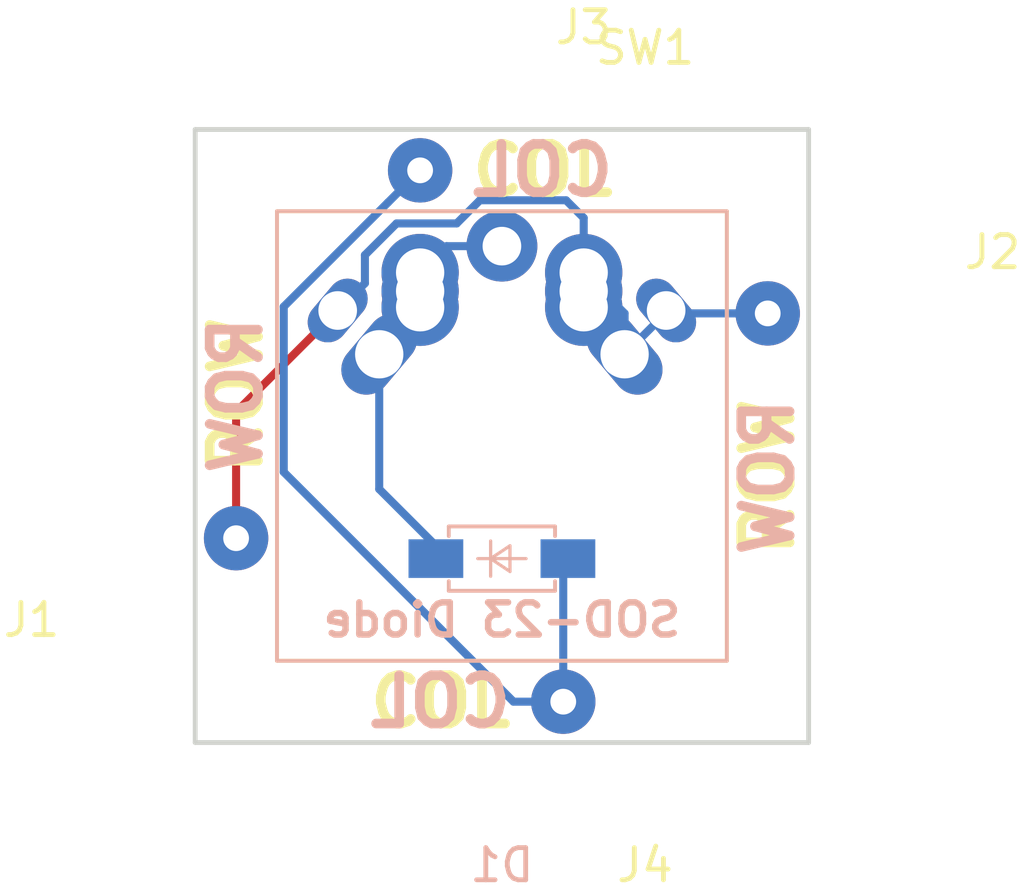
<source format=kicad_pcb>
(kicad_pcb (version 4) (host pcbnew 4.0.7)

  (general
    (links 14)
    (no_connects 0)
    (area 122.479999 96.444999 141.680001 115.645001)
    (thickness 1.6)
    (drawings 13)
    (tracks 30)
    (zones 0)
    (modules 6)
    (nets 4)
  )

  (page A4)
  (layers
    (0 F.Cu signal)
    (31 B.Cu signal)
    (32 B.Adhes user)
    (33 F.Adhes user)
    (34 B.Paste user)
    (35 F.Paste user)
    (36 B.SilkS user)
    (37 F.SilkS user)
    (38 B.Mask user)
    (39 F.Mask user)
    (40 Dwgs.User user)
    (41 Cmts.User user)
    (42 Eco1.User user)
    (43 Eco2.User user)
    (44 Edge.Cuts user)
    (45 Margin user)
    (46 B.CrtYd user)
    (47 F.CrtYd user)
    (48 B.Fab user)
    (49 F.Fab user)
  )

  (setup
    (last_trace_width 0.25)
    (trace_clearance 0.2)
    (zone_clearance 0.508)
    (zone_45_only no)
    (trace_min 0.2)
    (segment_width 0.2)
    (edge_width 0.15)
    (via_size 0.6)
    (via_drill 0.4)
    (via_min_size 0.4)
    (via_min_drill 0.3)
    (uvia_size 0.3)
    (uvia_drill 0.1)
    (uvias_allowed no)
    (uvia_min_size 0.2)
    (uvia_min_drill 0.1)
    (pcb_text_width 0.3)
    (pcb_text_size 1.5 1.5)
    (mod_edge_width 0.15)
    (mod_text_size 1 1)
    (mod_text_width 0.15)
    (pad_size 1.524 1.524)
    (pad_drill 0.762)
    (pad_to_mask_clearance 0.2)
    (aux_axis_origin 0 0)
    (visible_elements FFFFFF7F)
    (pcbplotparams
      (layerselection 0x00030_80000001)
      (usegerberextensions false)
      (excludeedgelayer true)
      (linewidth 0.100000)
      (plotframeref false)
      (viasonmask false)
      (mode 1)
      (useauxorigin false)
      (hpglpennumber 1)
      (hpglpenspeed 20)
      (hpglpendiameter 15)
      (hpglpenoverlay 2)
      (psnegative false)
      (psa4output false)
      (plotreference true)
      (plotvalue true)
      (plotinvisibletext false)
      (padsonsilk false)
      (subtractmaskfromsilk false)
      (outputformat 1)
      (mirror false)
      (drillshape 1)
      (scaleselection 1)
      (outputdirectory ""))
  )

  (net 0 "")
  (net 1 "Net-(D1-Pad1)")
  (net 2 /COL)
  (net 3 /ROW)

  (net_class Default "This is the default net class."
    (clearance 0.2)
    (trace_width 0.25)
    (via_dia 0.6)
    (via_drill 0.4)
    (uvia_dia 0.3)
    (uvia_drill 0.1)
    (add_net /COL)
    (add_net /ROW)
    (add_net "Net-(D1-Pad1)")
  )

  (module trackey:D_SOD-123 (layer B.Cu) (tedit 5AB3A69A) (tstamp 5AC9D823)
    (at 132.08 109.855)
    (descr SOD-123)
    (tags SOD-123)
    (path /5AC9C9E9)
    (attr smd)
    (fp_text reference D1 (at 0 9.525) (layer B.SilkS)
      (effects (font (size 1 1) (thickness 0.15)) (justify mirror))
    )
    (fp_text value D (at 0 -2.1) (layer B.Fab)
      (effects (font (size 1 1) (thickness 0.15)) (justify mirror))
    )
    (fp_line (start -0.35 0.55) (end -0.35 -0.55) (layer B.SilkS) (width 0.1))
    (fp_line (start -0.35 0) (end 0.25 0.4) (layer B.SilkS) (width 0.1))
    (fp_line (start 0.25 -0.4) (end -0.35 0) (layer B.SilkS) (width 0.1))
    (fp_line (start 0.25 0.4) (end 0.25 -0.4) (layer B.SilkS) (width 0.1))
    (fp_line (start -0.75 0) (end 0.75 0) (layer B.SilkS) (width 0.1))
    (fp_line (start 2.35 1.15) (end 2.35 -1.15) (layer B.CrtYd) (width 0.05))
    (fp_line (start -2.35 -1.15) (end -2.35 1.15) (layer B.CrtYd) (width 0.05))
    (fp_line (start -1.65 1) (end -1.65 0.7) (layer B.SilkS) (width 0.12))
    (fp_line (start -1.65 -1) (end -1.65 -0.7) (layer B.SilkS) (width 0.12))
    (fp_line (start 1.65 -1) (end 1.65 -0.7) (layer B.SilkS) (width 0.12))
    (fp_line (start 1.65 1) (end 1.65 0.7) (layer B.SilkS) (width 0.12))
    (fp_text user %R (at 0 2) (layer B.Fab)
      (effects (font (size 1 1) (thickness 0.15)) (justify mirror))
    )
    (fp_line (start 0.25 0) (end 0.75 0) (layer B.Fab) (width 0.1))
    (fp_line (start 0.25 -0.4) (end -0.35 0) (layer B.Fab) (width 0.1))
    (fp_line (start 0.25 0.4) (end 0.25 -0.4) (layer B.Fab) (width 0.1))
    (fp_line (start -0.35 0) (end 0.25 0.4) (layer B.Fab) (width 0.1))
    (fp_line (start -0.35 0) (end -0.35 -0.55) (layer B.Fab) (width 0.1))
    (fp_line (start -0.35 0) (end -0.35 0.55) (layer B.Fab) (width 0.1))
    (fp_line (start -0.75 0) (end -0.35 0) (layer B.Fab) (width 0.1))
    (fp_line (start -1.4 -0.9) (end -1.4 0.9) (layer B.Fab) (width 0.1))
    (fp_line (start 1.4 -0.9) (end -1.4 -0.9) (layer B.Fab) (width 0.1))
    (fp_line (start 1.4 0.9) (end 1.4 -0.9) (layer B.Fab) (width 0.1))
    (fp_line (start -1.4 0.9) (end 1.4 0.9) (layer B.Fab) (width 0.1))
    (fp_line (start -2.35 1.15) (end 2.35 1.15) (layer B.CrtYd) (width 0.05))
    (fp_line (start 2.35 -1.15) (end -2.35 -1.15) (layer B.CrtYd) (width 0.05))
    (fp_line (start -1.65 -1) (end 1.65 -1) (layer B.SilkS) (width 0.12))
    (fp_line (start -1.65 1) (end 1.65 1) (layer B.SilkS) (width 0.12))
    (pad 1 smd rect (at -1.65 0) (size 1.7 1.2) (drill (offset -0.4 0)) (layers B.Cu B.Paste B.Mask)
      (net 1 "Net-(D1-Pad1)"))
    (pad 2 smd rect (at 1.65 0) (size 1.7 1.2) (drill (offset 0.4 0)) (layers B.Cu B.Paste B.Mask)
      (net 2 /COL))
    (model ${KISYS3DMOD}/Diodes_SMD.3dshapes/D_SOD-123.wrl
      (at (xyz 0 0 0))
      (scale (xyz 1 1 1))
      (rotate (xyz 0 0 0))
    )
  )

  (module Wire_Pads:SolderWirePad_single_0-8mmDrill (layer F.Cu) (tedit 0) (tstamp 5AC9D828)
    (at 123.825 109.22)
    (path /5AC9CAB4)
    (fp_text reference J1 (at -6.35 2.54) (layer F.SilkS)
      (effects (font (size 1 1) (thickness 0.15)))
    )
    (fp_text value ROW (at 0 2.54) (layer F.Fab)
      (effects (font (size 1 1) (thickness 0.15)))
    )
    (pad 1 thru_hole circle (at 0 0) (size 1.99898 1.99898) (drill 0.8001) (layers *.Cu *.Mask)
      (net 3 /ROW))
  )

  (module Wire_Pads:SolderWirePad_single_0-8mmDrill (layer F.Cu) (tedit 0) (tstamp 5AC9D82D)
    (at 140.335 102.235)
    (path /5AC9CCD4)
    (fp_text reference J2 (at 6.985 -1.905) (layer F.SilkS)
      (effects (font (size 1 1) (thickness 0.15)))
    )
    (fp_text value ROW (at 0 2.54) (layer F.Fab)
      (effects (font (size 1 1) (thickness 0.15)))
    )
    (pad 1 thru_hole circle (at 0 0) (size 1.99898 1.99898) (drill 0.8001) (layers *.Cu *.Mask)
      (net 3 /ROW))
  )

  (module Wire_Pads:SolderWirePad_single_0-8mmDrill (layer F.Cu) (tedit 0) (tstamp 5AC9D832)
    (at 129.54 97.79)
    (path /5AC9CAFF)
    (fp_text reference J3 (at 5.08 -4.445) (layer F.SilkS)
      (effects (font (size 1 1) (thickness 0.15)))
    )
    (fp_text value COL (at 0 2.54) (layer F.Fab)
      (effects (font (size 1 1) (thickness 0.15)))
    )
    (pad 1 thru_hole circle (at 0 0) (size 1.99898 1.99898) (drill 0.8001) (layers *.Cu *.Mask)
      (net 2 /COL))
  )

  (module Wire_Pads:SolderWirePad_single_0-8mmDrill (layer F.Cu) (tedit 0) (tstamp 5AC9D837)
    (at 133.985 114.3)
    (path /5AC9CC8A)
    (fp_text reference J4 (at 2.54 5.08) (layer F.SilkS)
      (effects (font (size 1 1) (thickness 0.15)))
    )
    (fp_text value COL (at 0 2.54) (layer F.Fab)
      (effects (font (size 1 1) (thickness 0.15)))
    )
    (pad 1 thru_hole circle (at 0 0) (size 1.99898 1.99898) (drill 0.8001) (layers *.Cu *.Mask)
      (net 2 /COL))
  )

  (module trackey:MX_ALPS_KH_u1.00 (layer F.Cu) (tedit 5AB3CE0F) (tstamp 5AC9D84B)
    (at 132.08 106.045)
    (descr "Cherry MX keyswitch, MX1A, 1u, PCB mount, http://cherryamericas.com/wp-content/uploads/2014/12/mx_cat.pdf")
    (tags "cherry mx keyswitch MX1A 1u PCB")
    (path /5AC9C956)
    (fp_text reference SW1 (at 4.445 -12.065) (layer F.SilkS)
      (effects (font (size 1 1) (thickness 0.15)))
    )
    (fp_text value SW_DIP_x01 (at 0 7.874) (layer F.Fab)
      (effects (font (size 1 1) (thickness 0.15)))
    )
    (fp_text user %R (at 8.255 -12.7) (layer F.Fab)
      (effects (font (size 1 1) (thickness 0.15)))
    )
    (fp_line (start -6.35 -6.35) (end 6.35 -6.35) (layer F.Fab) (width 0.15))
    (fp_line (start 6.35 -6.35) (end 6.35 6.35) (layer F.Fab) (width 0.15))
    (fp_line (start 6.35 6.35) (end -6.35 6.35) (layer F.Fab) (width 0.15))
    (fp_line (start -6.35 6.35) (end -6.35 -6.35) (layer F.Fab) (width 0.15))
    (fp_line (start -7.24 7.24) (end -7.24 -7.24) (layer F.CrtYd) (width 0.05))
    (fp_line (start 7.24 7.24) (end -7.24 7.24) (layer F.CrtYd) (width 0.05))
    (fp_line (start 7.24 -7.24) (end 7.24 7.24) (layer F.CrtYd) (width 0.05))
    (fp_line (start -7.24 -7.24) (end 7.24 -7.24) (layer F.CrtYd) (width 0.05))
    (fp_line (start -9.525 -9.525) (end 9.525 -9.525) (layer Dwgs.User) (width 0.15))
    (fp_line (start 9.525 -9.525) (end 9.525 9.525) (layer Dwgs.User) (width 0.15))
    (fp_line (start 9.525 9.525) (end -9.525 9.525) (layer Dwgs.User) (width 0.15))
    (fp_line (start -9.525 9.525) (end -9.525 -9.525) (layer Dwgs.User) (width 0.15))
    (fp_line (start -6.985 -6.985) (end 6.985 -6.985) (layer B.SilkS) (width 0.12))
    (fp_line (start 6.985 -6.985) (end 6.985 6.985) (layer B.SilkS) (width 0.12))
    (fp_line (start 6.985 6.985) (end -6.985 6.985) (layer B.SilkS) (width 0.12))
    (fp_line (start -6.985 6.985) (end -6.985 -6.985) (layer B.SilkS) (width 0.12))
    (fp_line (start 6.985 6.985) (end -6.985 6.985) (layer F.SilkS) (width 0.12))
    (fp_line (start 6.985 -6.985) (end 6.985 6.985) (layer F.SilkS) (width 0.12))
    (fp_line (start -6.985 -6.985) (end 6.985 -6.985) (layer F.SilkS) (width 0.12))
    (fp_line (start -6.985 6.985) (end -6.985 -6.985) (layer F.SilkS) (width 0.12))
    (pad 1 thru_hole circle (at 2.54 -4.5) (size 2.4 2.4) (drill 1.5) (layers *.Cu *.Mask)
      (net 3 /ROW))
    (pad 2 thru_hole oval (at -3.81 -2.54 50) (size 2.8 1.55) (drill 1.5) (layers *.Cu *.Mask)
      (net 1 "Net-(D1-Pad1)"))
    (pad "" np_thru_hole circle (at 0 0) (size 4 4) (drill 4) (layers *.Cu *.Mask))
    (pad "" np_thru_hole circle (at -5.08 0) (size 1.7 1.7) (drill 1.7) (layers *.Cu *.Mask))
    (pad "" np_thru_hole circle (at 5.08 0) (size 1.7 1.7) (drill 1.7) (layers *.Cu *.Mask))
    (pad "" np_thru_hole circle (at -5.5 0) (size 1.9 1.9) (drill 1.9) (layers *.Cu *.Mask))
    (pad "" np_thru_hole circle (at 5.5 0) (size 1.9 1.9) (drill 1.9) (layers *.Cu *.Mask))
    (pad 1 thru_hole oval (at 3.81 -2.54 310) (size 2.8 1.55) (drill 1.5) (layers *.Cu *.Mask)
      (net 3 /ROW))
    (pad 1 thru_hole circle (at 2.54 -4 310) (size 2.4 2.4) (drill 1.5) (layers *.Cu *.Mask)
      (net 3 /ROW))
    (pad 1 thru_hole circle (at 2.54 -5.08) (size 2.4 2.4) (drill 1.5) (layers *.Cu *.Mask)
      (net 3 /ROW))
    (pad 2 thru_hole circle (at -2.54 -4.5) (size 2.4 2.4) (drill 1.5) (layers *.Cu *.Mask)
      (net 1 "Net-(D1-Pad1)"))
    (pad 2 thru_hole circle (at -2.54 -4) (size 2.4 2.4) (drill 1.5) (layers *.Cu *.Mask)
      (net 1 "Net-(D1-Pad1)"))
    (pad 2 thru_hole circle (at -2.54 -5.08) (size 2.4 2.4) (drill 1.5) (layers *.Cu *.Mask)
      (net 1 "Net-(D1-Pad1)"))
    (pad 2 thru_hole circle (at 0 -5.9) (size 2.2 2.2) (drill 1.2) (layers *.Cu *.Mask)
      (net 1 "Net-(D1-Pad1)"))
    (pad 1 thru_hole oval (at 5.1 -3.9 310) (size 2.2 1.25) (drill 1.2) (layers *.Cu *.Mask)
      (net 3 /ROW))
    (pad 1 thru_hole oval (at -5.1 -3.9 50) (size 2.2 1.25) (drill 1.2) (layers *.Cu *.Mask)
      (net 3 /ROW))
    (model ${KISYS3DMOD}/Buttons_Switches_Keyboard.3dshapes/SW_Cherry_MX1A_1.00u_PCB.wrl
      (at (xyz 0 0 0))
      (scale (xyz 1 1 1))
      (rotate (xyz 0 0 0))
    )
  )

  (gr_text "SOD-23 Diode" (at 132.08 111.76) (layer B.SilkS)
    (effects (font (size 1 1) (thickness 0.2)) (justify mirror))
  )
  (gr_text COL (at 133.35 97.79) (layer B.SilkS)
    (effects (font (size 1.5 1.5) (thickness 0.3)) (justify mirror))
  )
  (gr_text COL (at 130.175 114.3) (layer B.SilkS)
    (effects (font (size 1.5 1.5) (thickness 0.3)) (justify mirror))
  )
  (gr_text ROW (at 123.825 104.775 90) (layer B.SilkS)
    (effects (font (size 1.5 1.5) (thickness 0.3)) (justify mirror))
  )
  (gr_text ROW (at 140.335 107.315 90) (layer B.SilkS)
    (effects (font (size 1.5 1.5) (thickness 0.3)) (justify mirror))
  )
  (gr_text ROW (at 123.825 104.775 90) (layer F.SilkS)
    (effects (font (size 1.5 1.5) (thickness 0.3)))
  )
  (gr_text ROW (at 140.335 107.315 90) (layer F.SilkS)
    (effects (font (size 1.5 1.5) (thickness 0.3)))
  )
  (gr_text "COL\n" (at 130.175 114.3) (layer F.SilkS)
    (effects (font (size 1.5 1.5) (thickness 0.3)))
  )
  (gr_text COL (at 133.35 97.79) (layer F.SilkS)
    (effects (font (size 1.5 1.5) (thickness 0.3)))
  )
  (gr_line (start 122.555 96.52) (end 141.605 96.52) (layer Edge.Cuts) (width 0.15))
  (gr_line (start 122.555 115.57) (end 122.555 96.52) (layer Edge.Cuts) (width 0.15))
  (gr_line (start 141.605 115.57) (end 122.555 115.57) (layer Edge.Cuts) (width 0.15))
  (gr_line (start 141.605 96.52) (end 141.605 115.57) (layer Edge.Cuts) (width 0.15))

  (segment (start 132.08 100.145) (end 130.36 100.145) (width 0.25) (layer B.Cu) (net 1))
  (segment (start 130.36 100.145) (end 129.54 100.965) (width 0.25) (layer B.Cu) (net 1))
  (segment (start 129.54 100.965) (end 129.54 102.045) (width 0.25) (layer B.Cu) (net 1))
  (segment (start 128.27 103.505) (end 128.27 103.315) (width 0.25) (layer B.Cu) (net 1))
  (segment (start 128.27 103.315) (end 129.54 102.045) (width 0.25) (layer B.Cu) (net 1))
  (segment (start 130.43 109.855) (end 128.27 107.695) (width 0.25) (layer B.Cu) (net 1))
  (segment (start 128.27 107.695) (end 128.27 103.505) (width 0.25) (layer B.Cu) (net 1))
  (segment (start 133.985 114.3) (end 132.439998 114.3) (width 0.25) (layer B.Cu) (net 2))
  (segment (start 132.439998 114.3) (end 125.304999 107.165001) (width 0.25) (layer B.Cu) (net 2))
  (segment (start 125.304999 107.165001) (end 125.304999 102.025001) (width 0.25) (layer B.Cu) (net 2))
  (segment (start 125.304999 102.025001) (end 128.540511 98.789489) (width 0.25) (layer B.Cu) (net 2))
  (segment (start 128.540511 98.789489) (end 129.54 97.79) (width 0.25) (layer B.Cu) (net 2))
  (segment (start 133.73 109.855) (end 133.985 110.11) (width 0.25) (layer B.Cu) (net 2))
  (segment (start 133.985 110.11) (end 133.985 114.3) (width 0.25) (layer B.Cu) (net 2))
  (segment (start 123.825 109.22) (end 123.825 105.3) (width 0.25) (layer F.Cu) (net 3))
  (segment (start 123.825 105.3) (end 126.98 102.145) (width 0.25) (layer F.Cu) (net 3))
  (segment (start 126.98 102.145) (end 127.825567 101.299433) (width 0.25) (layer B.Cu) (net 3))
  (segment (start 127.825567 101.299433) (end 127.825567 100.422431) (width 0.25) (layer B.Cu) (net 3))
  (segment (start 127.825567 100.422431) (end 128.807999 99.439999) (width 0.25) (layer B.Cu) (net 3))
  (segment (start 128.807999 99.439999) (end 130.675999 99.439999) (width 0.25) (layer B.Cu) (net 3))
  (segment (start 130.675999 99.439999) (end 131.395999 98.719999) (width 0.25) (layer B.Cu) (net 3))
  (segment (start 131.395999 98.719999) (end 134.072055 98.719999) (width 0.25) (layer B.Cu) (net 3))
  (segment (start 134.072055 98.719999) (end 134.62 99.267944) (width 0.25) (layer B.Cu) (net 3))
  (segment (start 134.62 99.267944) (end 134.62 100.965) (width 0.25) (layer B.Cu) (net 3))
  (segment (start 135.89 103.505) (end 135.89 102.235) (width 0.25) (layer B.Cu) (net 3))
  (segment (start 135.89 102.235) (end 134.62 100.965) (width 0.25) (layer B.Cu) (net 3))
  (segment (start 137.18 102.145) (end 137.18 102.215) (width 0.25) (layer B.Cu) (net 3))
  (segment (start 137.18 102.215) (end 135.89 103.505) (width 0.25) (layer B.Cu) (net 3))
  (segment (start 140.335 102.235) (end 137.27 102.235) (width 0.25) (layer B.Cu) (net 3))
  (segment (start 137.27 102.235) (end 137.18 102.145) (width 0.25) (layer B.Cu) (net 3))

  (zone (net 3) (net_name /ROW) (layer B.Cu) (tstamp 0) (hatch edge 0.508)
    (connect_pads (clearance 0.508))
    (min_thickness 0.254)
    (fill (arc_segments 16) (thermal_gap 0.508) (thermal_bridge_width 0.508))
    (polygon
      (pts
        (xy 141.605 115.57) (xy 122.555 115.57) (xy 122.555 96.52) (xy 141.605 96.52)
      )
    )
  )
  (zone (net 3) (net_name /ROW) (layer F.Cu) (tstamp 0) (hatch edge 0.508)
    (connect_pads (clearance 0.508))
    (min_thickness 0.254)
    (fill (arc_segments 16) (thermal_gap 0.508) (thermal_bridge_width 0.508))
    (polygon
      (pts
        (xy 141.605 96.52) (xy 122.555 96.52) (xy 122.555 115.57) (xy 141.605 115.57)
      )
    )
  )
)

</source>
